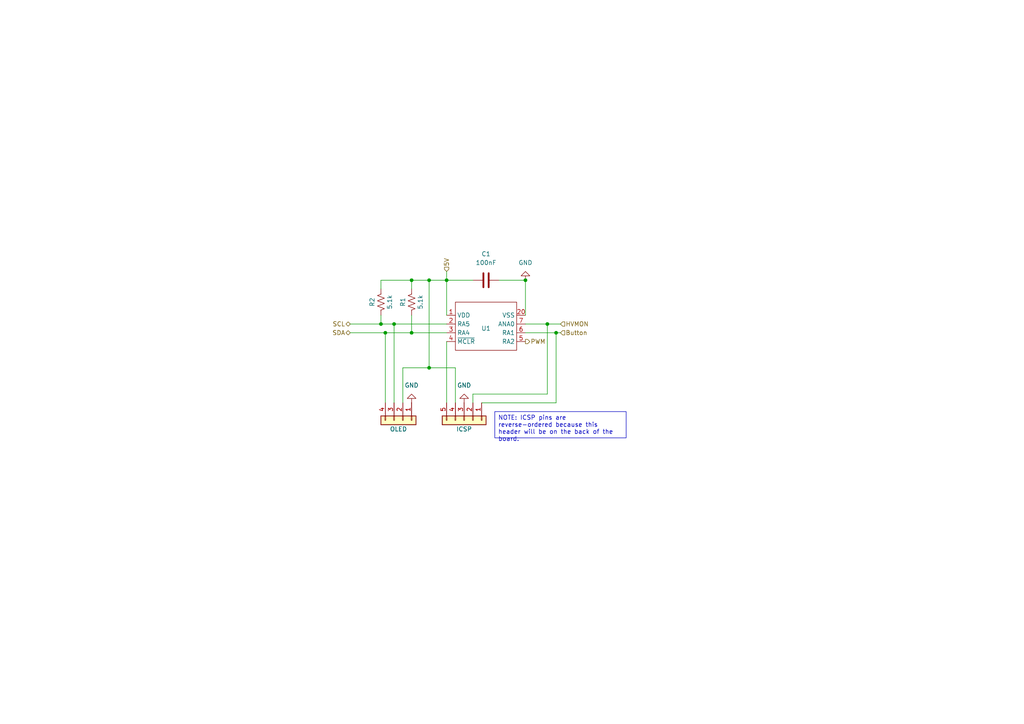
<source format=kicad_sch>
(kicad_sch (version 20231120) (generator "eeschema") (generator_version "8.0")
  (paper "A4")
  (lib_symbols
    (symbol "Connector_Generic:Conn_01x04" (pin_names (offset 1.016) hide)
      (property "Reference" "J" (at 0 5.08 0))
      (property "Value" "Conn_01x04" (at 0 -7.62 0))
      (symbol "Conn_01x04_1_1"
        (rectangle (start -1.27 -4.953) (end 0 -5.207) (stroke (width 0.1524)))
        (rectangle (start -1.27 -2.413) (end 0 -2.667) (stroke (width 0.1524)))
        (rectangle (start -1.27 0.127) (end 0 -0.127) (stroke (width 0.1524)))
        (rectangle (start -1.27 2.667) (end 0 2.413) (stroke (width 0.1524)))
        (rectangle (start -1.27 3.81) (end 1.27 -6.35) (stroke (width 0.254)) (fill (type background)))
        (pin passive line (at -5.08 2.54 0) (length 3.81) (name "Pin_1") (number "1"))
        (pin passive line (at -5.08 0 0) (length 3.81) (name "Pin_2") (number "2"))
        (pin passive line (at -5.08 -2.54 0) (length 3.81) (name "Pin_3") (number "3"))
        (pin passive line (at -5.08 -5.08 0) (length 3.81) (name "Pin_4") (number "4"))
      )
    )
    (symbol "Connector_Generic:Conn_01x05" (pin_names (offset 1.016) hide)
      (property "Reference" "J" (at 0 7.62 0))
      (property "Value" "Conn_01x05" (at 0 -7.62 0))
      (symbol "Conn_01x05_1_1"
        (rectangle (start -1.27 -4.953) (end 0 -5.207) (stroke (width 0.1524)))
        (rectangle (start -1.27 -2.413) (end 0 -2.667) (stroke (width 0.1524)))
        (rectangle (start -1.27 0.127) (end 0 -0.127) (stroke (width 0.1524)))
        (rectangle (start -1.27 2.667) (end 0 2.413) (stroke (width 0.1524)))
        (rectangle (start -1.27 5.207) (end 0 4.953) (stroke (width 0.1524)))
        (rectangle (start -1.27 6.35) (end 1.27 -6.35) (stroke (width 0.254)) (fill (type background)))
        (pin passive line (at -5.08 5.08 0) (length 3.81) (name "Pin_1") (number "1"))
        (pin passive line (at -5.08 2.54 0) (length 3.81) (name "Pin_2") (number "2"))
        (pin passive line (at -5.08 0 0) (length 3.81) (name "Pin_3") (number "3"))
        (pin passive line (at -5.08 -2.54 0) (length 3.81) (name "Pin_4") (number "4"))
        (pin passive line (at -5.08 -5.08 0) (length 3.81) (name "Pin_5") (number "5"))
      )
    )
    (symbol "Device:C" (pin_numbers hide) (pin_names (offset 0.254))
      (property "Reference" "C" (at 0.635 2.54 0))
      (property "Value" "C" (at 0.635 -2.54 0))
      (symbol "C_0_1"
        (polyline (pts (xy -2.032 -0.762) (xy 2.032 -0.762)) (stroke (width 0.508)))
        (polyline (pts (xy -2.032 0.762) (xy 2.032 0.762)) (stroke (width 0.508)))
      )
      (symbol "C_1_1"
        (pin passive line (at 0 3.81 270) (length 2.794) (name "~") (number "1"))
        (pin passive line (at 0 -3.81 90) (length 2.794) (name "~") (number "2"))
      )
    )
    (symbol "Device:R_US" (pin_numbers hide) (pin_names (offset 0))
      (property "Reference" "R" (at 2.54 0 90))
      (property "Value" "R_US" (at -2.54 0 90))
      (symbol "R_US_0_1"
        (polyline (pts (xy 0 -2.286) (xy 0 -2.54)))
        (polyline (pts (xy 0 2.286) (xy 0 2.54)))
        (polyline (pts (xy 0 -0.762) (xy 1.016 -1.143) (xy 0 -1.524) (xy -1.016 -1.905) (xy 0 -2.286)))
        (polyline (pts (xy 0 0.762) (xy 1.016 0.381) (xy 0 0) (xy -1.016 -0.381) (xy 0 -0.762)))
        (polyline (pts (xy 0 2.286) (xy 1.016 1.905) (xy 0 1.524) (xy -1.016 1.143) (xy 0 0.762)))
      )
      (symbol "R_US_1_1"
        (pin passive line (at 0 3.81 270) (length 1.27) (name "~") (number "1"))
        (pin passive line (at 0 -3.81 90) (length 1.27) (name "~") (number "2"))
      )
    )
    (symbol "MCU_Microchip_PIC16_:PIC16F15214-I/SN"
      (symbol "PIC16F15214-I/SN_0_1"
        (rectangle (start -8.89 7.62) (end 8.89 -6.35))
      )
      (symbol "PIC16F15214-I/SN_1_0"
        (pin power_in line (at -11.43 3.81 0) (length 2.54) (name "VDD") (number "1"))
        (pin bidirectional line (at -11.43 1.27 0) (length 2.54) (name "RA5") (number "2"))
        (pin power_in line (at 11.43 3.81 180) (length 2.54) (name "VSS") (number "20"))
        (pin bidirectional line (at -11.43 -1.27 0) (length 2.54) (name "RA4") (number "3"))
        (pin bidirectional line (at -11.43 -3.81 0) (length 2.54) (name "RA3") (number "4") (alternate "~{MCLR}" input line))
        (pin bidirectional line (at 11.43 -3.81 180) (length 2.54) (name "RA2") (number "5") (alternate "" input line))
        (pin bidirectional line (at 11.43 -1.27 180) (length 2.54) (name "RA1") (number "6"))
        (pin bidirectional line (at 11.43 1.27 180) (length 2.54) (name "RA0") (number "7") (alternate "ANA0" input line))
      )
    )
    (symbol "power:GND" (power) (pin_numbers hide) (pin_names (offset 0) hide)
      (property "Value" "GND" (at 0 -3.81 0))
      (symbol "GND_0_1"
        (polyline (pts (xy 0 0) (xy 0 -1.27) (xy 1.27 -1.27) (xy 0 -2.54) (xy -1.27 -1.27) (xy 0 -1.27)))
      )
      (symbol "GND_1_1"
        (pin power_in line (at 0 0 270) (length 0) (name "~") (number "1"))
      )
    )
  )
  (junction (at 114.3 93.98))
  (junction (at 119.38 96.52))
  (junction (at 111.76 96.52))
  (junction (at 124.46 106.68))
  (junction (at 158.75 93.98))
  (junction (at 152.4 81.28))
  (junction (at 119.38 81.28))
  (junction (at 110.49 93.98))
  (junction (at 124.46 81.28))
  (junction (at 161.29 96.52))
  (junction (at 129.54 81.28))
  (wire (pts (xy 132.08 106.68) (xy 124.46 106.68)))
  (wire (pts (xy 110.49 81.28) (xy 110.49 83.82)))
  (wire (pts (xy 119.38 81.28) (xy 124.46 81.28)))
  (wire (pts (xy 111.76 96.52) (xy 101.6 96.52)))
  (wire (pts (xy 137.16 114.3) (xy 158.75 114.3)))
  (wire (pts (xy 129.54 78.74) (xy 129.54 81.28)))
  (wire (pts (xy 119.38 83.82) (xy 119.38 81.28)))
  (wire (pts (xy 119.38 96.52) (xy 111.76 96.52)))
  (wire (pts (xy 139.7 116.84) (xy 161.29 116.84)))
  (wire (pts (xy 161.29 116.84) (xy 161.29 96.52)))
  (wire (pts (xy 119.38 81.28) (xy 110.49 81.28)))
  (wire (pts (xy 162.56 96.52) (xy 161.29 96.52)))
  (wire (pts (xy 119.38 91.44) (xy 119.38 96.52)))
  (wire (pts (xy 161.29 96.52) (xy 152.4 96.52)))
  (wire (pts (xy 110.49 91.44) (xy 110.49 93.98)))
  (wire (pts (xy 129.54 96.52) (xy 119.38 96.52)))
  (wire (pts (xy 129.54 99.06) (xy 129.54 116.84)))
  (wire (pts (xy 158.75 93.98) (xy 162.56 93.98)))
  (wire (pts (xy 152.4 91.44) (xy 152.4 81.28)))
  (wire (pts (xy 101.6 93.98) (xy 110.49 93.98)))
  (wire (pts (xy 158.75 114.3) (xy 158.75 93.98)))
  (wire (pts (xy 114.3 93.98) (xy 110.49 93.98)))
  (wire (pts (xy 129.54 81.28) (xy 137.16 81.28)))
  (wire (pts (xy 129.54 93.98) (xy 114.3 93.98)))
  (wire (pts (xy 114.3 93.98) (xy 114.3 116.84)))
  (wire (pts (xy 116.84 106.68) (xy 124.46 106.68)))
  (wire (pts (xy 111.76 96.52) (xy 111.76 116.84)))
  (wire (pts (xy 129.54 91.44) (xy 129.54 81.28)))
  (wire (pts (xy 152.4 81.28) (xy 144.78 81.28)))
  (wire (pts (xy 158.75 93.98) (xy 152.4 93.98)))
  (wire (pts (xy 137.16 116.84) (xy 137.16 114.3)))
  (wire (pts (xy 132.08 106.68) (xy 132.08 116.84)))
  (wire (pts (xy 124.46 81.28) (xy 129.54 81.28)))
  (wire (pts (xy 116.84 116.84) (xy 116.84 106.68)))
  (wire (pts (xy 124.46 106.68) (xy 124.46 81.28)))
  (text_box "NOTE: ICSP pins are reverse-ordered because this header will be on the back of the board." (at 143.51 119.38 0) (size 38.1 7.62) (effects (font (size 1.27 1.27)) (justify left top)))
  (hierarchical_label "5V" (shape input) (at 129.54 78.74 90))
  (hierarchical_label "Button" (shape input) (at 162.56 96.52 0))
  (hierarchical_label "PWM" (shape output) (at 152.4 99.06 0))
  (hierarchical_label "SCL" (shape bidirectional) (at 101.6 93.98 180))
  (hierarchical_label "SDA" (shape bidirectional) (at 101.6 96.52 180))
  (hierarchical_label "HVMON" (shape input) (at 162.56 93.98 0))
  (symbol (lib_id "Connector_Generic:Conn_01x04") (at 116.84 121.92 270) (unit 1)
    (property "Reference" "J3" (effects (hide yes)))
    (property "Value" "OLED" (at 115.57 124.46 90))
    (property "Footprint" "Connector_PinHeader_2.54mm:PinHeader_1x04_P2.54mm_Vertical" (effects (hide yes)))
    (property "Description" "Generic connector, single row, 01x04, script generated (kicad-library-utils/schlib/autogen/connector/)" (effects (hide yes)))
  )
  (symbol (lib_id "Device:C") (at 140.97 81.28 90) (unit 1)
    (property "Reference" "C1" (at 140.97 73.66 90))
    (property "Value" "100nF" (at 140.97 76.2 90))
    (property "Footprint" "Capacitor_SMD:C_0603_1608Metric" (effects (hide yes)))
    (property "Description" "Unpolarized capacitor" (effects (hide yes)))
  )
  (symbol (lib_id "Device:R_US") (at 110.49 87.63 0) (mirror y) (unit 1)
    (property "Reference" "R2" (at 107.95 87.63 90))
    (property "Value" "5.1k" (at 113.03 87.63 90))
    (property "Footprint" "Resistor_SMD:R_0201_0603Metric" (effects (hide yes)))
    (property "Description" "Resistor, US symbol" (effects (hide yes)))
  )
  (symbol (lib_id "power:GND") (at 152.4 81.28 180) (unit 1)
    (property "Reference" "#PWR01" (effects (hide yes)))
    (property "Value" "GND" (at 152.4 76.2 0))
    (property "Description" "Power symbol creates a global label with name \"GND\" , ground" (effects (hide yes)))
  )
  (symbol (lib_id "power:GND") (at 134.62 116.84 180) (unit 1)
    (property "Reference" "#PWR012" (effects (hide yes)))
    (property "Value" "GND" (at 134.62 111.76 0))
    (property "Description" "Power symbol creates a global label with name \"GND\" , ground" (effects (hide yes)))
  )
  (symbol (lib_id "power:GND") (at 119.38 116.84 180) (unit 1)
    (property "Reference" "#PWR010" (effects (hide yes)))
    (property "Value" "GND" (at 119.38 111.76 0))
    (property "Description" "Power symbol creates a global label with name \"GND\" , ground" (effects (hide yes)))
  )
  (symbol (lib_id "MCU_Microchip_PIC16_:PIC16F15214-I/SN") (at 140.97 95.25 0) (unit 1)
    (property "Reference" "U1" (at 140.97 95.25 0))
    (property "Footprint" "Package_SO:SOIC-8_3.9x4.9mm_P1.27mm" (effects (hide yes)))
    (pin "4" (alternate "~{MCLR}"))
    (pin "6" (alternate "RA1"))
    (pin "7" (alternate "ANA0"))
  )
  (symbol (lib_id "Device:R_US") (at 119.38 87.63 0) (mirror y) (unit 1)
    (property "Reference" "R1" (at 116.84 87.63 90))
    (property "Value" "5.1k" (at 121.92 87.63 90))
    (property "Footprint" "Resistor_SMD:R_0201_0603Metric" (effects (hide yes)))
    (property "Description" "Resistor, US symbol" (effects (hide yes)))
  )
  (symbol (lib_id "Connector_Generic:Conn_01x05") (at 134.62 121.92 270) (unit 1)
    (property "Reference" "J1" (effects (hide yes)))
    (property "Value" "ICSP" (at 134.62 124.46 90))
    (property "Footprint" "Connector_PinSocket_2.54mm:PinSocket_1x05_P2.54mm_Horizontal" (effects (hide yes)))
    (property "Description" "Generic connector, single row, 01x05, script generated (kicad-library-utils/schlib/autogen/connector/)" (effects (hide yes)))
  )
)
</source>
